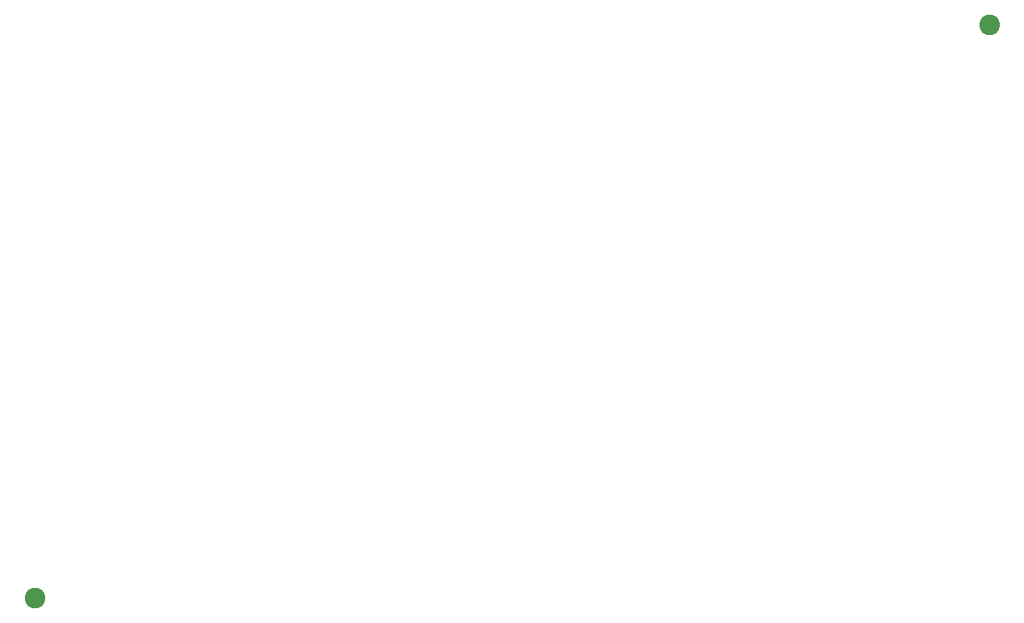
<source format=gbr>
%TF.GenerationSoftware,KiCad,Pcbnew,(6.0.11)*%
%TF.CreationDate,2023-10-13T03:53:32-07:00*%
%TF.ProjectId,TRS-IO++,5452532d-494f-42b2-9b2e-6b696361645f,rev?*%
%TF.SameCoordinates,Original*%
%TF.FileFunction,Paste,Bot*%
%TF.FilePolarity,Positive*%
%FSLAX46Y46*%
G04 Gerber Fmt 4.6, Leading zero omitted, Abs format (unit mm)*
G04 Created by KiCad (PCBNEW (6.0.11)) date 2023-10-13 03:53:32*
%MOMM*%
%LPD*%
G01*
G04 APERTURE LIST*
%ADD10C,2.600000*%
G04 APERTURE END LIST*
D10*
%TO.C,H5*%
X75000000Y-135000000D03*
%TD*%
%TO.C,H6*%
X195000000Y-63000000D03*
%TD*%
M02*

</source>
